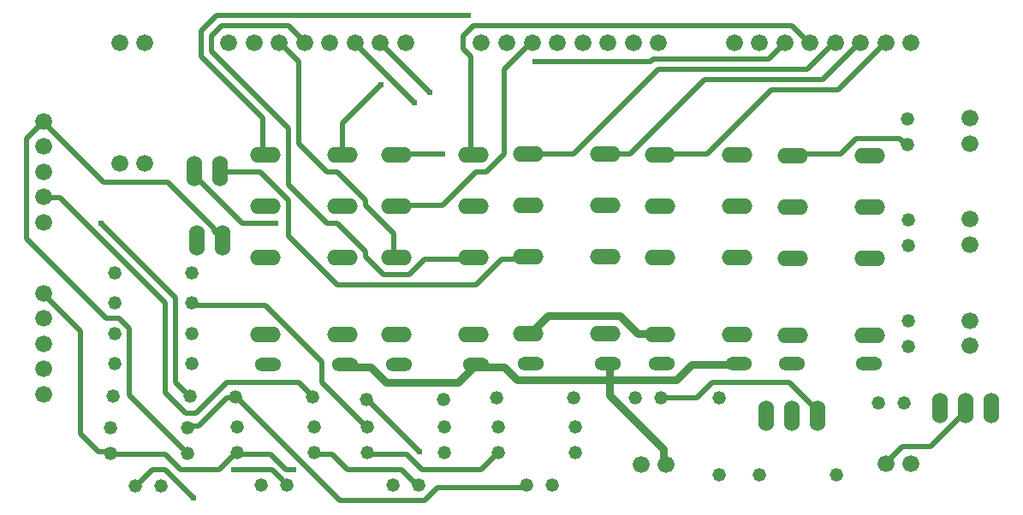
<source format=gbl>
G04 #@! TF.GenerationSoftware,KiCad,Pcbnew,(5.0.0)*
G04 #@! TF.CreationDate,2018-11-08T09:58:05+09:00*
G04 #@! TF.ProjectId,MicSwitch003,4D69635377697463683030332E6B6963,rev?*
G04 #@! TF.SameCoordinates,Original*
G04 #@! TF.FileFunction,Copper,L2,Bot,Signal*
G04 #@! TF.FilePolarity,Positive*
%FSLAX46Y46*%
G04 Gerber Fmt 4.6, Leading zero omitted, Abs format (unit mm)*
G04 Created by KiCad (PCBNEW (5.0.0)) date 11/08/18 09:58:05*
%MOMM*%
%LPD*%
G01*
G04 APERTURE LIST*
G04 #@! TA.AperFunction,ComponentPad*
%ADD10O,2.641600X1.320800*%
G04 #@! TD*
G04 #@! TA.AperFunction,ComponentPad*
%ADD11O,1.524000X3.048000*%
G04 #@! TD*
G04 #@! TA.AperFunction,ComponentPad*
%ADD12C,1.676400*%
G04 #@! TD*
G04 #@! TA.AperFunction,ComponentPad*
%ADD13C,1.320800*%
G04 #@! TD*
G04 #@! TA.AperFunction,ComponentPad*
%ADD14O,3.048000X1.524000*%
G04 #@! TD*
G04 #@! TA.AperFunction,ViaPad*
%ADD15C,0.609600*%
G04 #@! TD*
G04 #@! TA.AperFunction,ViaPad*
%ADD16C,0.600000*%
G04 #@! TD*
G04 #@! TA.AperFunction,Conductor*
%ADD17C,0.762000*%
G04 #@! TD*
G04 #@! TA.AperFunction,Conductor*
%ADD18C,0.508000*%
G04 #@! TD*
G04 #@! TA.AperFunction,Conductor*
%ADD19C,0.250000*%
G04 #@! TD*
G04 #@! TA.AperFunction,Conductor*
%ADD20C,0.500000*%
G04 #@! TD*
G04 APERTURE END LIST*
D10*
G04 #@! TO.P,D1,A*
G04 #@! TO.N,Net-(D1-PadA)*
X124845100Y-116038600D03*
G04 #@! TO.P,D1,C*
G04 #@! TO.N,+5V*
X132465100Y-116038600D03*
G04 #@! TD*
G04 #@! TO.P,D2,A*
G04 #@! TO.N,Net-(D1-PadA)*
X137837100Y-116054600D03*
G04 #@! TO.P,D2,C*
G04 #@! TO.N,+5V*
X145457100Y-116054600D03*
G04 #@! TD*
G04 #@! TO.P,D3,A*
G04 #@! TO.N,Net-(D1-PadA)*
X150867100Y-115987600D03*
G04 #@! TO.P,D3,C*
G04 #@! TO.N,+5V*
X158487100Y-115987600D03*
G04 #@! TD*
G04 #@! TO.P,D4,A*
G04 #@! TO.N,Net-(D1-PadA)*
X163848100Y-115946600D03*
G04 #@! TO.P,D4,C*
G04 #@! TO.N,+5V*
X171468100Y-115946600D03*
G04 #@! TD*
D11*
G04 #@! TO.P,DSS1,3*
G04 #@! TO.N,+5V*
X191331100Y-120351600D03*
G04 #@! TO.P,DSS1,2*
G04 #@! TO.N,GND*
X193871100Y-120351600D03*
G04 #@! TO.P,DSS1,1*
G04 #@! TO.N,Net-(C1-Pad1)*
X196411100Y-120351600D03*
G04 #@! TD*
D12*
G04 #@! TO.P,DC+5V1,1*
G04 #@! TO.N,Net-(C1-Pad1)*
X188485100Y-125920600D03*
G04 #@! TO.P,DC+5V1,2*
G04 #@! TO.N,GND*
X185985100Y-125920600D03*
G04 #@! TD*
G04 #@! TO.P,CONTROL1,1*
G04 #@! TO.N,+5V*
X164266100Y-125993600D03*
G04 #@! TO.P,CONTROL1,2*
G04 #@! TO.N,Net-(C2-Pad1)*
X161766100Y-125993600D03*
G04 #@! TD*
D11*
G04 #@! TO.P,Q1,S*
G04 #@! TO.N,GND*
X179233100Y-121172600D03*
G04 #@! TO.P,Q1,D*
G04 #@! TO.N,Net-(D1-PadA)*
X176693100Y-121172600D03*
G04 #@! TO.P,Q1,G*
G04 #@! TO.N,Net-(Q1-PadG)*
X174153100Y-121172600D03*
G04 #@! TD*
D13*
G04 #@! TO.P,R1,2*
G04 #@! TO.N,Net-(C2-Pad1)*
X169458100Y-119369600D03*
G04 #@! TO.P,R1,1*
G04 #@! TO.N,Net-(Q1-PadG)*
X169458100Y-126989600D03*
G04 #@! TD*
G04 #@! TO.P,R2,2*
G04 #@! TO.N,Net-(Q1-PadG)*
X173515100Y-126993600D03*
G04 #@! TO.P,R2,1*
G04 #@! TO.N,GND*
X181135100Y-126993600D03*
G04 #@! TD*
D14*
G04 #@! TO.P,RL1,16*
G04 #@! TO.N,Net-(D1-PadA)*
X124599100Y-113074600D03*
G04 #@! TO.P,RL1,P2*
G04 #@! TO.N,Net-(FROM-AMP1-Pad1)*
X124599100Y-105454600D03*
G04 #@! TO.P,RL1,O2*
G04 #@! TO.N,Net-(CN3-LEFT1-Pad1)*
X124599100Y-100374600D03*
G04 #@! TO.P,RL1,S2*
G04 #@! TO.N,Net-(CN2-RIGHT1-Pad1)*
X124599100Y-95294600D03*
G04 #@! TO.P,RL1,S1*
G04 #@! TO.N,Net-(CN2-RIGHT1-Pad2)*
X132219100Y-95294600D03*
G04 #@! TO.P,RL1,O1*
G04 #@! TO.N,Net-(CN3-LEFT1-Pad2)*
X132219100Y-100374600D03*
G04 #@! TO.P,RL1,P1*
G04 #@! TO.N,Net-(FROM-AMP1-Pad2)*
X132219100Y-105454600D03*
G04 #@! TO.P,RL1,1*
G04 #@! TO.N,+5V*
X132219100Y-113074600D03*
G04 #@! TD*
G04 #@! TO.P,RL2,16*
G04 #@! TO.N,Net-(D1-PadA)*
X137583100Y-113063600D03*
G04 #@! TO.P,RL2,P2*
G04 #@! TO.N,Net-(CN1-MICIN1-Pad3)*
X137583100Y-105443600D03*
G04 #@! TO.P,RL2,O2*
G04 #@! TO.N,Net-(CN3-LEFT1-Pad3)*
X137583100Y-100363600D03*
G04 #@! TO.P,RL2,S2*
G04 #@! TO.N,Net-(CN2-RIGHT1-Pad3)*
X137583100Y-95283600D03*
G04 #@! TO.P,RL2,S1*
G04 #@! TO.N,Net-(CN2-RIGHT1-Pad4)*
X145203100Y-95283600D03*
G04 #@! TO.P,RL2,O1*
G04 #@! TO.N,Net-(CN3-LEFT1-Pad4)*
X145203100Y-100363600D03*
G04 #@! TO.P,RL2,P1*
G04 #@! TO.N,Net-(CN1-MICIN1-Pad4)*
X145203100Y-105443600D03*
G04 #@! TO.P,RL2,1*
G04 #@! TO.N,+5V*
X145203100Y-113063600D03*
G04 #@! TD*
G04 #@! TO.P,RL3,16*
G04 #@! TO.N,Net-(D1-PadA)*
X150621100Y-113023600D03*
G04 #@! TO.P,RL3,P2*
G04 #@! TO.N,Net-(CN1-MICIN1-Pad5)*
X150621100Y-105403600D03*
G04 #@! TO.P,RL3,O2*
G04 #@! TO.N,Net-(CN3-LEFT1-Pad5)*
X150621100Y-100323600D03*
G04 #@! TO.P,RL3,S2*
G04 #@! TO.N,Net-(CN2-RIGHT1-Pad5)*
X150621100Y-95243600D03*
G04 #@! TO.P,RL3,S1*
G04 #@! TO.N,Net-(CN2-RIGHT1-Pad6)*
X158241100Y-95243600D03*
G04 #@! TO.P,RL3,O1*
G04 #@! TO.N,Net-(CN3-LEFT1-Pad6)*
X158241100Y-100323600D03*
G04 #@! TO.P,RL3,P1*
G04 #@! TO.N,Net-(CN1-MICIN1-Pad6)*
X158241100Y-105403600D03*
G04 #@! TO.P,RL3,1*
G04 #@! TO.N,+5V*
X158241100Y-113023600D03*
G04 #@! TD*
G04 #@! TO.P,RL4,16*
G04 #@! TO.N,Net-(D1-PadA)*
X163616100Y-113070600D03*
G04 #@! TO.P,RL4,P2*
G04 #@! TO.N,Net-(CN1-MICIN1-Pad7)*
X163616100Y-105450600D03*
G04 #@! TO.P,RL4,O2*
G04 #@! TO.N,Net-(CN3-LEFT1-Pad7)*
X163616100Y-100370600D03*
G04 #@! TO.P,RL4,S2*
G04 #@! TO.N,Net-(CN2-RIGHT1-Pad7)*
X163616100Y-95290600D03*
G04 #@! TO.P,RL4,S1*
G04 #@! TO.N,Net-(CN2-RIGHT1-Pad8)*
X171236100Y-95290600D03*
G04 #@! TO.P,RL4,O1*
G04 #@! TO.N,Net-(CN3-LEFT1-Pad8)*
X171236100Y-100370600D03*
G04 #@! TO.P,RL4,P1*
G04 #@! TO.N,Net-(CN1-MICIN1-Pad8)*
X171236100Y-105450600D03*
G04 #@! TO.P,RL4,1*
G04 #@! TO.N,+5V*
X171236100Y-113070600D03*
G04 #@! TD*
D12*
G04 #@! TO.P,CN1-MICIN1,1*
G04 #@! TO.N,Net-(CN1-MICIN1-Pad1)*
X121001100Y-84203600D03*
G04 #@! TO.P,CN1-MICIN1,2*
G04 #@! TO.N,Net-(CN1-MICIN1-Pad2)*
X123501100Y-84203600D03*
G04 #@! TO.P,CN1-MICIN1,3*
G04 #@! TO.N,Net-(CN1-MICIN1-Pad3)*
X126001100Y-84203600D03*
G04 #@! TO.P,CN1-MICIN1,4*
G04 #@! TO.N,Net-(CN1-MICIN1-Pad4)*
X128501100Y-84203600D03*
G04 #@! TO.P,CN1-MICIN1,5*
G04 #@! TO.N,Net-(CN1-MICIN1-Pad5)*
X131001100Y-84203600D03*
G04 #@! TO.P,CN1-MICIN1,6*
G04 #@! TO.N,Net-(CN1-MICIN1-Pad6)*
X133501100Y-84203600D03*
G04 #@! TO.P,CN1-MICIN1,7*
G04 #@! TO.N,Net-(CN1-MICIN1-Pad7)*
X136001100Y-84203600D03*
G04 #@! TO.P,CN1-MICIN1,8*
G04 #@! TO.N,Net-(CN1-MICIN1-Pad8)*
X138501100Y-84203600D03*
G04 #@! TD*
G04 #@! TO.P,CN2-RIGHT1,1*
G04 #@! TO.N,Net-(CN2-RIGHT1-Pad1)*
X171001100Y-84203600D03*
G04 #@! TO.P,CN2-RIGHT1,2*
G04 #@! TO.N,Net-(CN2-RIGHT1-Pad2)*
X173501100Y-84203600D03*
G04 #@! TO.P,CN2-RIGHT1,3*
G04 #@! TO.N,Net-(CN2-RIGHT1-Pad3)*
X176001100Y-84203600D03*
G04 #@! TO.P,CN2-RIGHT1,4*
G04 #@! TO.N,Net-(CN2-RIGHT1-Pad4)*
X178501100Y-84203600D03*
G04 #@! TO.P,CN2-RIGHT1,5*
G04 #@! TO.N,Net-(CN2-RIGHT1-Pad5)*
X181001100Y-84203600D03*
G04 #@! TO.P,CN2-RIGHT1,6*
G04 #@! TO.N,Net-(CN2-RIGHT1-Pad6)*
X183501100Y-84203600D03*
G04 #@! TO.P,CN2-RIGHT1,7*
G04 #@! TO.N,Net-(CN2-RIGHT1-Pad7)*
X186001100Y-84203600D03*
G04 #@! TO.P,CN2-RIGHT1,8*
G04 #@! TO.N,Net-(CN2-RIGHT1-Pad8)*
X188501100Y-84203600D03*
G04 #@! TD*
G04 #@! TO.P,CN3-LEFT1,1*
G04 #@! TO.N,Net-(CN3-LEFT1-Pad1)*
X146001100Y-84203600D03*
G04 #@! TO.P,CN3-LEFT1,2*
G04 #@! TO.N,Net-(CN3-LEFT1-Pad2)*
X148501100Y-84203600D03*
G04 #@! TO.P,CN3-LEFT1,3*
G04 #@! TO.N,Net-(CN3-LEFT1-Pad3)*
X151001100Y-84203600D03*
G04 #@! TO.P,CN3-LEFT1,4*
G04 #@! TO.N,Net-(CN3-LEFT1-Pad4)*
X153501100Y-84203600D03*
G04 #@! TO.P,CN3-LEFT1,5*
G04 #@! TO.N,Net-(CN3-LEFT1-Pad5)*
X156001100Y-84203600D03*
G04 #@! TO.P,CN3-LEFT1,6*
G04 #@! TO.N,Net-(CN3-LEFT1-Pad6)*
X158501100Y-84203600D03*
G04 #@! TO.P,CN3-LEFT1,7*
G04 #@! TO.N,Net-(CN3-LEFT1-Pad7)*
X161001100Y-84203600D03*
G04 #@! TO.P,CN3-LEFT1,8*
G04 #@! TO.N,Net-(CN3-LEFT1-Pad8)*
X163501100Y-84203600D03*
G04 #@! TD*
D14*
G04 #@! TO.P,RL5,16*
G04 #@! TO.N,Net-(D1-PadA)*
X176791100Y-113213600D03*
G04 #@! TO.P,RL5,P2*
G04 #@! TO.N,Net-(C7-Pad2)*
X176791100Y-105593600D03*
G04 #@! TO.P,RL5,O2*
G04 #@! TO.N,Net-(C9-Pad2)*
X176791100Y-100513600D03*
G04 #@! TO.P,RL5,S2*
G04 #@! TO.N,Net-(C8-Pad2)*
X176791100Y-95433600D03*
G04 #@! TO.P,RL5,S1*
G04 #@! TO.N,Net-(C8-Pad1)*
X184411100Y-95433600D03*
G04 #@! TO.P,RL5,O1*
G04 #@! TO.N,Net-(C9-Pad1)*
X184411100Y-100513600D03*
G04 #@! TO.P,RL5,P1*
G04 #@! TO.N,Net-(C7-Pad1)*
X184411100Y-105593600D03*
G04 #@! TO.P,RL5,1*
G04 #@! TO.N,+5V*
X184411100Y-113213600D03*
G04 #@! TD*
D10*
G04 #@! TO.P,D5,A*
G04 #@! TO.N,Net-(D1-PadA)*
X176691100Y-116003600D03*
G04 #@! TO.P,D5,C*
G04 #@! TO.N,+5V*
X184311100Y-116003600D03*
G04 #@! TD*
D12*
G04 #@! TO.P,KEY-IN1,1*
G04 #@! TO.N,Net-(C7-Pad1)*
X194301100Y-111703600D03*
G04 #@! TO.P,KEY-IN1,2*
G04 #@! TO.N,Net-(C7-Pad2)*
X194301100Y-114203600D03*
G04 #@! TD*
G04 #@! TO.P,LEFT-KEY1,1*
G04 #@! TO.N,Net-(C9-Pad1)*
X194301100Y-101703600D03*
G04 #@! TO.P,LEFT-KEY1,2*
G04 #@! TO.N,Net-(C9-Pad2)*
X194301100Y-104203600D03*
G04 #@! TD*
G04 #@! TO.P,RIGHT-KEY1,1*
G04 #@! TO.N,Net-(C8-Pad1)*
X194301100Y-91703600D03*
G04 #@! TO.P,RIGHT-KEY1,2*
G04 #@! TO.N,Net-(C8-Pad2)*
X194301100Y-94203600D03*
G04 #@! TD*
D11*
G04 #@! TO.P,KEYPAD2,2*
G04 #@! TO.N,Net-(FROM-AMP1-Pad2)*
X117631100Y-96903600D03*
G04 #@! TO.P,KEYPAD2,1*
G04 #@! TO.N,Net-(CN1-MICIN1-Pad5)*
X120171100Y-96903600D03*
G04 #@! TD*
D12*
G04 #@! TO.P,TO-AMP,1*
G04 #@! TO.N,Net-(CN1-MICIN1-Pad1)*
X110201100Y-84203600D03*
G04 #@! TO.P,TO-AMP,2*
G04 #@! TO.N,Net-(CN1-MICIN1-Pad2)*
X112701100Y-84203600D03*
G04 #@! TD*
G04 #@! TO.P,FROM-AMP,1*
G04 #@! TO.N,Net-(FROM-AMP1-Pad1)*
X110201100Y-96203600D03*
G04 #@! TO.P,FROM-AMP,2*
G04 #@! TO.N,Net-(FROM-AMP1-Pad2)*
X112701100Y-96203600D03*
G04 #@! TD*
D11*
G04 #@! TO.P,KEYPAD1,2*
G04 #@! TO.N,Net-(C3-Pad2)*
X120371100Y-103803600D03*
G04 #@! TO.P,KEYPAD1,1*
G04 #@! TO.N,Net-(KEYPAD1-Pad1)*
X117831100Y-103803600D03*
G04 #@! TD*
D13*
G04 #@! TO.P,R3,2*
G04 #@! TO.N,Net-(C6-Pad1)*
X117211100Y-119203600D03*
G04 #@! TO.P,R3,1*
G04 #@! TO.N,Net-(KEYPAD1-Pad1)*
X109591100Y-119203600D03*
G04 #@! TD*
G04 #@! TO.P,R4,2*
G04 #@! TO.N,Net-(C5-Pad1)*
X129311100Y-119303600D03*
G04 #@! TO.P,R4,1*
G04 #@! TO.N,Net-(C6-Pad1)*
X121691100Y-119303600D03*
G04 #@! TD*
G04 #@! TO.P,R5,2*
G04 #@! TO.N,Net-(C4-Pad1)*
X142211100Y-119503600D03*
G04 #@! TO.P,R5,1*
G04 #@! TO.N,Net-(C5-Pad1)*
X134591100Y-119503600D03*
G04 #@! TD*
G04 #@! TO.P,R6,2*
G04 #@! TO.N,Net-(C3-Pad1)*
X155111100Y-119403600D03*
G04 #@! TO.P,R6,1*
G04 #@! TO.N,Net-(C4-Pad1)*
X147491100Y-119403600D03*
G04 #@! TD*
G04 #@! TO.P,OK1,4*
G04 #@! TO.N,Net-(C6-Pad1)*
X116911100Y-122333600D03*
G04 #@! TO.P,OK1,3*
G04 #@! TO.N,Net-(C3-Pad2)*
X116911100Y-124873600D03*
G04 #@! TO.P,OK1,2*
G04 #@! TO.N,Net-(OK1-Pad2)*
X109291100Y-124873600D03*
G04 #@! TO.P,OK1,1*
G04 #@! TO.N,Net-(OK1-Pad1)*
X109291100Y-122333600D03*
G04 #@! TD*
G04 #@! TO.P,OK2,4*
G04 #@! TO.N,Net-(C5-Pad1)*
X129411100Y-122233600D03*
G04 #@! TO.P,OK2,3*
G04 #@! TO.N,Net-(C3-Pad2)*
X129411100Y-124773600D03*
G04 #@! TO.P,OK2,2*
G04 #@! TO.N,Net-(OK1-Pad2)*
X121791100Y-124773600D03*
G04 #@! TO.P,OK2,1*
G04 #@! TO.N,Net-(OK2-Pad1)*
X121791100Y-122233600D03*
G04 #@! TD*
G04 #@! TO.P,OK3,4*
G04 #@! TO.N,Net-(C4-Pad1)*
X142311100Y-122233600D03*
G04 #@! TO.P,OK3,3*
G04 #@! TO.N,Net-(C3-Pad2)*
X142311100Y-124773600D03*
G04 #@! TO.P,OK3,2*
G04 #@! TO.N,Net-(OK1-Pad2)*
X134691100Y-124773600D03*
G04 #@! TO.P,OK3,1*
G04 #@! TO.N,Net-(OK3-Pad1)*
X134691100Y-122233600D03*
G04 #@! TD*
G04 #@! TO.P,OK4,4*
G04 #@! TO.N,Net-(C3-Pad1)*
X155311100Y-122233600D03*
G04 #@! TO.P,OK4,3*
G04 #@! TO.N,Net-(C3-Pad2)*
X155311100Y-124773600D03*
G04 #@! TO.P,OK4,2*
G04 #@! TO.N,Net-(OK1-Pad2)*
X147691100Y-124773600D03*
G04 #@! TO.P,OK4,1*
G04 #@! TO.N,Net-(OK4-Pad1)*
X147691100Y-122233600D03*
G04 #@! TD*
D12*
G04 #@! TO.P,TO-ARUDINO1,1*
G04 #@! TO.N,Net-(R7-Pad1)*
X102701100Y-119003600D03*
G04 #@! TO.P,TO-ARUDINO1,2*
G04 #@! TO.N,Net-(R8-Pad1)*
X102701100Y-116503600D03*
G04 #@! TO.P,TO-ARUDINO1,3*
G04 #@! TO.N,Net-(R9-Pad1)*
X102701100Y-114003600D03*
G04 #@! TO.P,TO-ARUDINO1,4*
G04 #@! TO.N,Net-(R10-Pad1)*
X102701100Y-111503600D03*
G04 #@! TO.P,TO-ARUDINO1,5*
G04 #@! TO.N,Net-(OK1-Pad2)*
X102701100Y-109003600D03*
G04 #@! TD*
G04 #@! TO.P,TO-KEYPADSW1,1*
G04 #@! TO.N,Net-(C6-Pad1)*
X102701100Y-102003600D03*
G04 #@! TO.P,TO-KEYPADSW1,2*
G04 #@! TO.N,Net-(C5-Pad1)*
X102701100Y-99503600D03*
G04 #@! TO.P,TO-KEYPADSW1,3*
G04 #@! TO.N,Net-(C4-Pad1)*
X102701100Y-97003600D03*
G04 #@! TO.P,TO-KEYPADSW1,4*
G04 #@! TO.N,Net-(C3-Pad1)*
X102701100Y-94503600D03*
G04 #@! TO.P,TO-KEYPADSW1,5*
G04 #@! TO.N,Net-(C3-Pad2)*
X102701100Y-92003600D03*
G04 #@! TD*
D13*
G04 #@! TO.P,R7,2*
G04 #@! TO.N,Net-(OK1-Pad1)*
X117311100Y-116003600D03*
G04 #@! TO.P,R7,1*
G04 #@! TO.N,Net-(R7-Pad1)*
X109691100Y-116003600D03*
G04 #@! TD*
G04 #@! TO.P,R8,2*
G04 #@! TO.N,Net-(OK2-Pad1)*
X117311100Y-113003600D03*
G04 #@! TO.P,R8,1*
G04 #@! TO.N,Net-(R8-Pad1)*
X109691100Y-113003600D03*
G04 #@! TD*
G04 #@! TO.P,R9,2*
G04 #@! TO.N,Net-(OK3-Pad1)*
X117311100Y-110003600D03*
G04 #@! TO.P,R9,1*
G04 #@! TO.N,Net-(R9-Pad1)*
X109691100Y-110003600D03*
G04 #@! TD*
G04 #@! TO.P,R10,2*
G04 #@! TO.N,Net-(OK4-Pad1)*
X117311100Y-107003600D03*
G04 #@! TO.P,R10,1*
G04 #@! TO.N,Net-(R10-Pad1)*
X109691100Y-107003600D03*
G04 #@! TD*
G04 #@! TO.P,C1,2*
G04 #@! TO.N,GND*
X185231100Y-119903600D03*
G04 #@! TO.P,C1,1*
G04 #@! TO.N,Net-(C1-Pad1)*
X187771100Y-119903600D03*
G04 #@! TD*
G04 #@! TO.P,C2,2*
G04 #@! TO.N,GND*
X163771100Y-119403600D03*
G04 #@! TO.P,C2,1*
G04 #@! TO.N,Net-(C2-Pad1)*
X161231100Y-119403600D03*
G04 #@! TD*
G04 #@! TO.P,C3,2*
G04 #@! TO.N,Net-(C3-Pad2)*
X114271100Y-128103600D03*
G04 #@! TO.P,C3,1*
G04 #@! TO.N,Net-(C3-Pad1)*
X111731100Y-128103600D03*
G04 #@! TD*
G04 #@! TO.P,C4,2*
G04 #@! TO.N,Net-(C3-Pad2)*
X124231100Y-128003600D03*
G04 #@! TO.P,C4,1*
G04 #@! TO.N,Net-(C4-Pad1)*
X126771100Y-128003600D03*
G04 #@! TD*
G04 #@! TO.P,C5,2*
G04 #@! TO.N,Net-(C3-Pad2)*
X139771100Y-128003600D03*
G04 #@! TO.P,C5,1*
G04 #@! TO.N,Net-(C5-Pad1)*
X137231100Y-128003600D03*
G04 #@! TD*
G04 #@! TO.P,C6,2*
G04 #@! TO.N,Net-(C3-Pad2)*
X152971100Y-128003600D03*
G04 #@! TO.P,C6,1*
G04 #@! TO.N,Net-(C6-Pad1)*
X150431100Y-128003600D03*
G04 #@! TD*
G04 #@! TO.P,C7,2*
G04 #@! TO.N,Net-(C7-Pad2)*
X188201100Y-114273600D03*
G04 #@! TO.P,C7,1*
G04 #@! TO.N,Net-(C7-Pad1)*
X188201100Y-111733600D03*
G04 #@! TD*
G04 #@! TO.P,C8,2*
G04 #@! TO.N,Net-(C8-Pad2)*
X188101100Y-94273600D03*
G04 #@! TO.P,C8,1*
G04 #@! TO.N,Net-(C8-Pad1)*
X188101100Y-91733600D03*
G04 #@! TD*
G04 #@! TO.P,C9,2*
G04 #@! TO.N,Net-(C9-Pad2)*
X188201100Y-104273600D03*
G04 #@! TO.P,C9,1*
G04 #@! TO.N,Net-(C9-Pad1)*
X188201100Y-101733600D03*
G04 #@! TD*
D15*
G04 #@! TO.N,Net-(C6-Pad1)*
X108407100Y-102063600D03*
G04 #@! TO.N,Net-(C5-Pad1)*
X139903100Y-124669600D03*
D16*
G04 #@! TO.N,Net-(C4-Pad1)*
X121501100Y-126503600D03*
D15*
G04 #@! TO.N,Net-(C3-Pad1)*
X117551100Y-129241600D03*
G04 #@! TO.N,Net-(OK1-Pad2)*
X127457100Y-126447600D03*
G04 #@! TO.N,Net-(CN2-RIGHT1-Pad1)*
X144729100Y-81489600D03*
G04 #@! TO.N,Net-(CN2-RIGHT1-Pad2)*
X136093100Y-88347600D03*
G04 #@! TO.N,Net-(FROM-AMP1-Pad2)*
X125679100Y-102063600D03*
G04 #@! TO.N,Net-(CN2-RIGHT1-Pad3)*
X142189100Y-95205600D03*
X151333100Y-86061600D03*
G04 #@! TO.N,Net-(CN1-MICIN1-Pad6)*
X139395100Y-90125600D03*
G04 #@! TO.N,Net-(CN1-MICIN1-Pad7)*
X140919100Y-89109600D03*
G04 #@! TD*
D17*
G04 #@! TO.N,+5V*
X135077100Y-116287600D02*
X132537100Y-116287600D01*
X136601100Y-117811600D02*
X135077100Y-116287600D01*
X143713100Y-117811600D02*
X136601100Y-117811600D01*
X145237100Y-116287600D02*
X143713100Y-117811600D01*
X132537100Y-116287600D02*
X132465100Y-116038600D01*
X145237100Y-116287600D02*
X145457100Y-116054600D01*
X164033100Y-124415600D02*
X164033100Y-125939600D01*
X158699100Y-119081600D02*
X164033100Y-124415600D01*
X158699100Y-116033600D02*
X158699100Y-117557600D01*
X158699100Y-117557600D02*
X158699100Y-119081600D01*
X164033100Y-125939600D02*
X164266100Y-125993600D01*
X158699100Y-116033600D02*
X158487100Y-115987600D01*
X166827100Y-116033600D02*
X171399100Y-116033600D01*
X165303100Y-117557600D02*
X166827100Y-116033600D01*
X158699100Y-117557600D02*
X165303100Y-117557600D01*
X171399100Y-116033600D02*
X171468100Y-115946600D01*
X148285100Y-116287600D02*
X145745100Y-116287600D01*
X149555100Y-117557600D02*
X148285100Y-116287600D01*
X158699100Y-117557600D02*
X149555100Y-117557600D01*
X145745100Y-116287600D02*
X145457100Y-116054600D01*
D18*
G04 #@! TO.N,GND*
X167335100Y-119335600D02*
X163779100Y-119335600D01*
X168859100Y-117811600D02*
X167335100Y-119335600D01*
X176479100Y-117811600D02*
X168859100Y-117811600D01*
X179019100Y-120351600D02*
X176479100Y-117811600D01*
X179019100Y-121113600D02*
X179019100Y-120351600D01*
X163779100Y-119335600D02*
X163771100Y-119403600D01*
X179019100Y-121113600D02*
X179233100Y-121172600D01*
X193751100Y-120859600D02*
X193751100Y-120351600D01*
X190449100Y-124161600D02*
X193751100Y-120859600D01*
X187655100Y-124161600D02*
X190449100Y-124161600D01*
X186131100Y-125685600D02*
X187655100Y-124161600D01*
X193751100Y-120351600D02*
X193871100Y-120351600D01*
X186131100Y-125685600D02*
X185985100Y-125920600D01*
D17*
G04 #@! TO.N,Net-(D1-PadA)*
X161493100Y-112985600D02*
X163525100Y-112985600D01*
X159715100Y-111207600D02*
X161493100Y-112985600D01*
X152603100Y-111207600D02*
X159715100Y-111207600D01*
X150825100Y-112985600D02*
X152603100Y-111207600D01*
X163525100Y-112985600D02*
X163616100Y-113070600D01*
X150825100Y-112985600D02*
X150621100Y-113023600D01*
D18*
G04 #@! TO.N,Net-(C8-Pad2)*
X181559100Y-95205600D02*
X176987100Y-95205600D01*
X183083100Y-93681600D02*
X181559100Y-95205600D01*
X187401100Y-93681600D02*
X183083100Y-93681600D01*
X187909100Y-94189600D02*
X187401100Y-93681600D01*
X176987100Y-95205600D02*
X176791100Y-95433600D01*
X187909100Y-94189600D02*
X188101100Y-94273600D01*
G04 #@! TO.N,Net-(C3-Pad2)*
X131267100Y-124923600D02*
X129489100Y-124923600D01*
X132791100Y-126447600D02*
X131267100Y-124923600D01*
X138125100Y-126447600D02*
X132791100Y-126447600D01*
X139649100Y-127971600D02*
X138125100Y-126447600D01*
X129489100Y-124923600D02*
X129411100Y-124773600D01*
X139649100Y-127971600D02*
X139771100Y-128003600D01*
X111201100Y-119081600D02*
X116789100Y-124669600D01*
X111201100Y-112477600D02*
X111201100Y-119081600D01*
X110185100Y-111461600D02*
X111201100Y-112477600D01*
X108915100Y-111461600D02*
X110185100Y-111461600D01*
X101041100Y-103587600D02*
X108915100Y-111461600D01*
X101041100Y-93681600D02*
X101041100Y-103587600D01*
X102565100Y-92157600D02*
X101041100Y-93681600D01*
X116789100Y-124669600D02*
X116911100Y-124873600D01*
X102565100Y-92157600D02*
X102701100Y-92003600D01*
X119583100Y-102825600D02*
X120345100Y-103587600D01*
X119583100Y-102571600D02*
X119583100Y-102825600D01*
X115011100Y-97999600D02*
X119583100Y-102571600D01*
X108661100Y-97999600D02*
X115011100Y-97999600D01*
X102819100Y-92157600D02*
X108661100Y-97999600D01*
X120345100Y-103587600D02*
X120371100Y-103803600D01*
X102819100Y-92157600D02*
X102701100Y-92003600D01*
G04 #@! TO.N,Net-(C6-Pad1)*
X120853100Y-119335600D02*
X121615100Y-119335600D01*
X118059100Y-122129600D02*
X120853100Y-119335600D01*
X117043100Y-122129600D02*
X118059100Y-122129600D01*
X121615100Y-119335600D02*
X121691100Y-119303600D01*
X117043100Y-122129600D02*
X116911100Y-122333600D01*
X141681100Y-128225600D02*
X150317100Y-128225600D01*
X140411100Y-129495600D02*
X141681100Y-128225600D01*
X132029100Y-129495600D02*
X140411100Y-129495600D01*
X121869100Y-119335600D02*
X132029100Y-129495600D01*
X150317100Y-128225600D02*
X150431100Y-128003600D01*
X121869100Y-119335600D02*
X121691100Y-119303600D01*
X115773100Y-109429600D02*
X108407100Y-102063600D01*
X115773100Y-117811600D02*
X115773100Y-109429600D01*
X117043100Y-119081600D02*
X115773100Y-117811600D01*
X117043100Y-119081600D02*
X117211100Y-119203600D01*
G04 #@! TO.N,Net-(C5-Pad1)*
X134823100Y-119589600D02*
X139903100Y-124669600D01*
X134823100Y-119589600D02*
X134591100Y-119503600D01*
X104343100Y-99523600D02*
X102819100Y-99523600D01*
X114757100Y-109937600D02*
X104343100Y-99523600D01*
X114757100Y-118827600D02*
X114757100Y-109937600D01*
X116789100Y-120859600D02*
X114757100Y-118827600D01*
X117805100Y-120859600D02*
X116789100Y-120859600D01*
X120853100Y-117811600D02*
X117805100Y-120859600D01*
X127965100Y-117811600D02*
X120853100Y-117811600D01*
X129235100Y-119081600D02*
X127965100Y-117811600D01*
X102819100Y-99523600D02*
X102701100Y-99503600D01*
X129235100Y-119081600D02*
X129311100Y-119303600D01*
G04 #@! TO.N,Net-(C4-Pad1)*
X126695100Y-127971600D02*
X126771100Y-128003600D01*
D19*
X126771100Y-127971100D02*
X126771100Y-128003600D01*
D20*
X126110701Y-127343201D02*
X126771100Y-128003600D01*
X125271100Y-126503600D02*
X126110701Y-127343201D01*
X121501100Y-126503600D02*
X125271100Y-126503600D01*
D18*
G04 #@! TO.N,Net-(C3-Pad1)*
X114757100Y-126447600D02*
X117551100Y-129241600D01*
X113487100Y-126447600D02*
X114757100Y-126447600D01*
X111963100Y-127971600D02*
X113487100Y-126447600D01*
X111963100Y-127971600D02*
X111731100Y-128103600D01*
G04 #@! TO.N,Net-(OK1-Pad2)*
X138633100Y-124923600D02*
X134823100Y-124923600D01*
X140157100Y-126447600D02*
X138633100Y-124923600D01*
X145999100Y-126447600D02*
X140157100Y-126447600D01*
X147523100Y-124923600D02*
X145999100Y-126447600D01*
X134823100Y-124923600D02*
X134691100Y-124773600D01*
X147523100Y-124923600D02*
X147691100Y-124773600D01*
X114757100Y-124923600D02*
X109423100Y-124923600D01*
X116281100Y-126447600D02*
X114757100Y-124923600D01*
X120091100Y-126447600D02*
X116281100Y-126447600D01*
X121615100Y-124923600D02*
X120091100Y-126447600D01*
X109423100Y-124923600D02*
X109291100Y-124873600D01*
X121615100Y-124923600D02*
X121791100Y-124773600D01*
X106375100Y-112731600D02*
X102819100Y-109175600D01*
X106375100Y-122891600D02*
X106375100Y-112731600D01*
X108153100Y-124669600D02*
X106375100Y-122891600D01*
X109169100Y-124669600D02*
X108153100Y-124669600D01*
X102819100Y-109175600D02*
X102701100Y-109003600D01*
X109169100Y-124669600D02*
X109291100Y-124873600D01*
X126695100Y-126447600D02*
X127457100Y-126447600D01*
X125171100Y-124923600D02*
X126695100Y-126447600D01*
X121869100Y-124923600D02*
X125171100Y-124923600D01*
X121869100Y-124923600D02*
X121791100Y-124773600D01*
G04 #@! TO.N,Net-(OK3-Pad1)*
X124663100Y-110191600D02*
X117551100Y-110191600D01*
X130251100Y-115779600D02*
X124663100Y-110191600D01*
X130251100Y-117811600D02*
X130251100Y-115779600D01*
X134569100Y-122129600D02*
X130251100Y-117811600D01*
X117551100Y-110191600D02*
X117311100Y-110003600D01*
X134569100Y-122129600D02*
X134691100Y-122233600D01*
G04 #@! TO.N,Net-(CN2-RIGHT1-Pad1)*
X124409100Y-91649600D02*
X124409100Y-95205600D01*
X118313100Y-85553600D02*
X124409100Y-91649600D01*
X118313100Y-83013600D02*
X118313100Y-85553600D01*
X119837100Y-81489600D02*
X118313100Y-83013600D01*
X144729100Y-81489600D02*
X119837100Y-81489600D01*
X124409100Y-95205600D02*
X124599100Y-95294600D01*
G04 #@! TO.N,Net-(CN2-RIGHT1-Pad2)*
X132283100Y-92157600D02*
X132283100Y-95205600D01*
X136093100Y-88347600D02*
X132283100Y-92157600D01*
X132283100Y-95205600D02*
X132219100Y-95294600D01*
G04 #@! TO.N,Net-(FROM-AMP1-Pad2)*
X122377100Y-102063600D02*
X125679100Y-102063600D01*
X117805100Y-97491600D02*
X122377100Y-102063600D01*
X117805100Y-96983600D02*
X117805100Y-97491600D01*
X117805100Y-96983600D02*
X117631100Y-96903600D01*
G04 #@! TO.N,Net-(CN1-MICIN1-Pad3)*
X137363100Y-103079600D02*
X137363100Y-105365600D01*
X134569100Y-100285600D02*
X137363100Y-103079600D01*
X134569100Y-99777600D02*
X134569100Y-100285600D01*
X131775100Y-96983600D02*
X134569100Y-99777600D01*
X130759100Y-96983600D02*
X131775100Y-96983600D01*
X127965100Y-94189600D02*
X130759100Y-96983600D01*
X127965100Y-86061600D02*
X127965100Y-94189600D01*
X126187100Y-84283600D02*
X127965100Y-86061600D01*
X137363100Y-105365600D02*
X137583100Y-105443600D01*
X126187100Y-84283600D02*
X126001100Y-84203600D01*
G04 #@! TO.N,Net-(CN3-LEFT1-Pad3)*
X142189100Y-100285600D02*
X137617100Y-100285600D01*
X145491100Y-96983600D02*
X142189100Y-100285600D01*
X146507100Y-96983600D02*
X145491100Y-96983600D01*
X148285100Y-95205600D02*
X146507100Y-96983600D01*
X148285100Y-86823600D02*
X148285100Y-95205600D01*
X150825100Y-84283600D02*
X148285100Y-86823600D01*
X137617100Y-100285600D02*
X137583100Y-100363600D01*
X150825100Y-84283600D02*
X151001100Y-84203600D01*
G04 #@! TO.N,Net-(CN2-RIGHT1-Pad3)*
X142189100Y-95205600D02*
X137617100Y-95205600D01*
X162763100Y-86061600D02*
X151333100Y-86061600D01*
X163017100Y-85807600D02*
X162763100Y-86061600D01*
X174447100Y-85807600D02*
X163017100Y-85807600D01*
X175971100Y-84283600D02*
X174447100Y-85807600D01*
X137617100Y-95205600D02*
X137583100Y-95283600D01*
X175971100Y-84283600D02*
X176001100Y-84203600D01*
G04 #@! TO.N,Net-(CN2-RIGHT1-Pad4)*
X144983100Y-85553600D02*
X144983100Y-95205600D01*
X144221100Y-84791600D02*
X144983100Y-85553600D01*
X144221100Y-83521600D02*
X144221100Y-84791600D01*
X145237100Y-82505600D02*
X144221100Y-83521600D01*
X176733100Y-82505600D02*
X145237100Y-82505600D01*
X178257100Y-84029600D02*
X176733100Y-82505600D01*
X144983100Y-95205600D02*
X145203100Y-95283600D01*
X178257100Y-84029600D02*
X178501100Y-84203600D01*
G04 #@! TO.N,Net-(CN1-MICIN1-Pad4)*
X140411100Y-105619600D02*
X144983100Y-105619600D01*
X138887100Y-107143600D02*
X140411100Y-105619600D01*
X136347100Y-107143600D02*
X138887100Y-107143600D01*
X134569100Y-105365600D02*
X136347100Y-107143600D01*
X134569100Y-104857600D02*
X134569100Y-105365600D01*
X131775100Y-102063600D02*
X134569100Y-104857600D01*
X130759100Y-102063600D02*
X131775100Y-102063600D01*
X126949100Y-98253600D02*
X130759100Y-102063600D01*
X126949100Y-92665600D02*
X126949100Y-98253600D01*
X119329100Y-85045600D02*
X126949100Y-92665600D01*
X119329100Y-83521600D02*
X119329100Y-85045600D01*
X120345100Y-82505600D02*
X119329100Y-83521600D01*
X126949100Y-82505600D02*
X120345100Y-82505600D01*
X128473100Y-84029600D02*
X126949100Y-82505600D01*
X144983100Y-105619600D02*
X145203100Y-105443600D01*
X128473100Y-84029600D02*
X128501100Y-84203600D01*
G04 #@! TO.N,Net-(CN1-MICIN1-Pad5)*
X148031100Y-105619600D02*
X150571100Y-105619600D01*
X145491100Y-108159600D02*
X148031100Y-105619600D01*
X131775100Y-108159600D02*
X145491100Y-108159600D01*
X126949100Y-103333600D02*
X131775100Y-108159600D01*
X126949100Y-99777600D02*
X126949100Y-103333600D01*
X124155100Y-96983600D02*
X126949100Y-99777600D01*
X120345100Y-96983600D02*
X124155100Y-96983600D01*
X150571100Y-105619600D02*
X150621100Y-105403600D01*
X120345100Y-96983600D02*
X120171100Y-96903600D01*
G04 #@! TO.N,Net-(CN2-RIGHT1-Pad5)*
X155143100Y-95205600D02*
X150825100Y-95205600D01*
X163525100Y-86823600D02*
X155143100Y-95205600D01*
X178257100Y-86823600D02*
X163525100Y-86823600D01*
X180797100Y-84283600D02*
X178257100Y-86823600D01*
X150825100Y-95205600D02*
X150621100Y-95243600D01*
X180797100Y-84283600D02*
X181001100Y-84203600D01*
G04 #@! TO.N,Net-(CN2-RIGHT1-Pad6)*
X160731100Y-95205600D02*
X158445100Y-95205600D01*
X168097100Y-87839600D02*
X160731100Y-95205600D01*
X179781100Y-87839600D02*
X168097100Y-87839600D01*
X183337100Y-84283600D02*
X179781100Y-87839600D01*
X158445100Y-95205600D02*
X158241100Y-95243600D01*
X183337100Y-84283600D02*
X183501100Y-84203600D01*
G04 #@! TO.N,Net-(CN1-MICIN1-Pad6)*
X133553100Y-84283600D02*
X139395100Y-90125600D01*
X133553100Y-84283600D02*
X133501100Y-84203600D01*
G04 #@! TO.N,Net-(CN1-MICIN1-Pad7)*
X136093100Y-84283600D02*
X140919100Y-89109600D01*
X136093100Y-84283600D02*
X136001100Y-84203600D01*
G04 #@! TO.N,Net-(CN2-RIGHT1-Pad7)*
X168351100Y-95205600D02*
X163779100Y-95205600D01*
X174701100Y-88855600D02*
X168351100Y-95205600D01*
X181305100Y-88855600D02*
X174701100Y-88855600D01*
X185877100Y-84283600D02*
X181305100Y-88855600D01*
X163779100Y-95205600D02*
X163616100Y-95290600D01*
X185877100Y-84283600D02*
X186001100Y-84203600D01*
G04 #@! TD*
M02*

</source>
